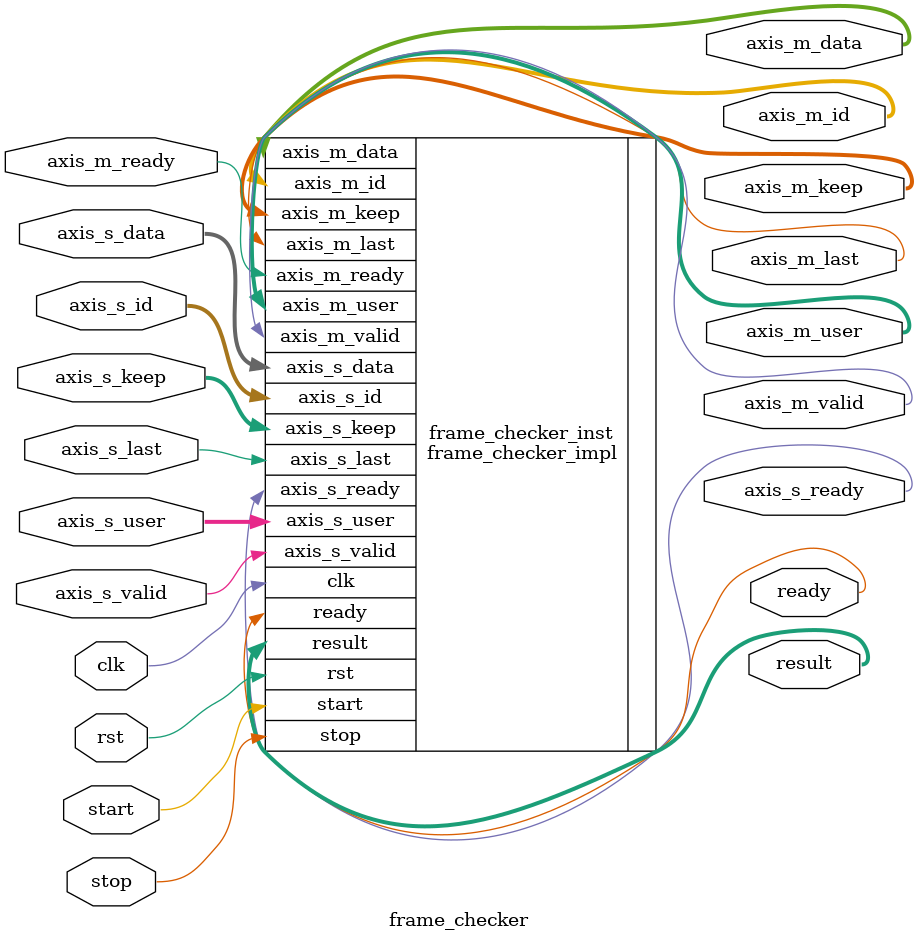
<source format=v>
`timescale 1ns / 1ps

module frame_checker #(
    parameter DATA_WIDTH = 64 * 8,
    parameter ID_WIDTH = 3
) (
    input wire clk,
    input wire rst,
    // control signals
    output wire ready,
    input  wire start,
    input  wire stop,
    output wire [127:0] result,
    // AXIS output
    output wire [DATA_WIDTH - 1:0] axis_m_data,
    output wire [DATA_WIDTH / 8 - 1:0] axis_m_keep,
    output wire axis_m_last,
    output wire [DATA_WIDTH / 8 - 1:0] axis_m_user,
    output wire [ID_WIDTH - 1:0] axis_m_id,
    output wire axis_m_valid,
    input  wire axis_m_ready,
    // AXIS input (all testing frames filtered)
    input  wire [DATA_WIDTH - 1:0] axis_s_data,
    input  wire [DATA_WIDTH / 8 - 1:0] axis_s_keep,
    input  wire axis_s_last,
    input  wire [DATA_WIDTH / 8 - 1:0] axis_s_user,
    input  wire [ID_WIDTH - 1:0] axis_s_id,
    input  wire axis_s_valid,
    output wire axis_s_ready
);

    frame_checker_impl #(
        .DATA_WIDTH(DATA_WIDTH),
        .ID_WIDTH(ID_WIDTH)
    ) frame_checker_inst (
        .clk(clk),
        .rst(rst),
        .ready(ready),
        .start(start),
        .stop(stop),
        .result(result),
        .axis_m_data(axis_m_data),
        .axis_m_keep(axis_m_keep),
        .axis_m_last(axis_m_last),
        .axis_m_user(axis_m_user),
        .axis_m_id(axis_m_id),
        .axis_m_valid(axis_m_valid),
        .axis_m_ready(axis_m_ready),
        .axis_s_data(axis_s_data),
        .axis_s_keep(axis_s_keep),
        .axis_s_last(axis_s_last),
        .axis_s_user(axis_s_user),
        .axis_s_id(axis_s_id),
        .axis_s_valid(axis_s_valid),
        .axis_s_ready(axis_s_ready)
    );

endmodule

</source>
